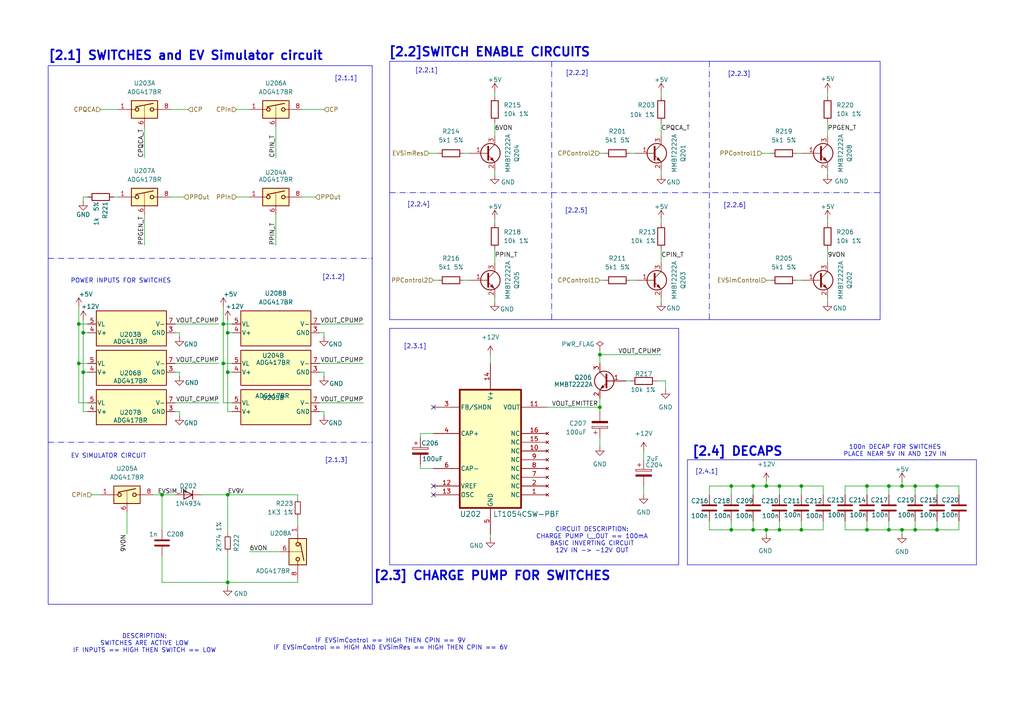
<source format=kicad_sch>
(kicad_sch (version 20231120) (generator "eeschema") (generator_version "8.0")
  (paper "A4")
  (title_block (title "SwitchSystemAddOn") (date "2024-11-11") (rev "3.3") (company "Gridlinx") (comment 1 "Kenan Kosack Henriksen"))
  (junction (at 265.43 153.67))
  (junction (at 261.62 153.67))
  (junction (at 222.25 140.97))
  (junction (at 22.86 105.41))
  (junction (at 251.46 140.97))
  (junction (at 24.13 107.95))
  (junction (at 24.13 96.52))
  (junction (at 257.81 140.97))
  (junction (at 222.25 153.67))
  (junction (at 251.46 153.67))
  (junction (at 66.04 107.95))
  (junction (at 232.41 153.67))
  (junction (at 265.43 140.97))
  (junction (at 218.44 140.97))
  (junction (at 46.99 143.51))
  (junction (at 66.04 96.52))
  (junction (at 212.09 153.67))
  (junction (at 218.44 153.67))
  (junction (at 22.86 93.98))
  (junction (at 66.04 168.91))
  (junction (at 66.04 143.51))
  (junction (at 232.41 140.97))
  (junction (at 226.06 153.67))
  (junction (at 212.09 140.97))
  (junction (at 271.78 153.67))
  (junction (at 257.81 153.67))
  (junction (at 173.99 118.11))
  (junction (at 226.06 140.97))
  (junction (at 271.78 140.97))
  (junction (at 64.77 93.98))
  (junction (at 173.99 102.87))
  (junction (at 64.77 105.41))
  (junction (at 261.62 140.97))
  (no_connect (at 125.73 140.97))
  (no_connect (at 125.73 118.11))
  (no_connect (at 125.73 143.51))
  (wire (pts (xy 245.11 140.97) (xy 251.46 140.97)))
  (wire (pts (xy 33.02 57.15) (xy 34.29 57.15)))
  (wire (pts (xy 222.25 81.28) (xy 223.52 81.28)))
  (wire (pts (xy 240.03 63.5) (xy 240.03 64.77)))
  (wire (pts (xy 41.91 62.23) (xy 41.91 71.12)))
  (wire (pts (xy 158.75 118.11) (xy 173.99 118.11)))
  (wire (pts (xy 205.74 153.67) (xy 212.09 153.67)))
  (wire (pts (xy 278.13 151.13) (xy 278.13 153.67)))
  (wire (pts (xy 212.09 140.97) (xy 218.44 140.97)))
  (wire (pts (xy 66.04 119.38) (xy 66.04 107.95)))
  (wire (pts (xy 121.92 135.89) (xy 125.73 135.89)))
  (wire (pts (xy 46.99 143.51) (xy 46.99 153.67)))
  (polyline (pts (xy 13.97 128.27) (xy 107.95 128.27)) (stroke (width 0) (type dash_dot)))
  (wire (pts (xy 142.24 102.87) (xy 142.24 105.41)))
  (wire (pts (xy 261.62 139.7) (xy 261.62 140.97)))
  (wire (pts (xy 251.46 153.67) (xy 257.81 153.67)))
  (wire (pts (xy 49.53 57.15) (xy 53.34 57.15)))
  (wire (pts (xy 240.03 72.39) (xy 240.03 76.2)))
  (wire (pts (xy 92.71 116.84) (xy 105.41 116.84)))
  (wire (pts (xy 212.09 143.51) (xy 212.09 140.97)))
  (wire (pts (xy 24.13 96.52) (xy 24.13 107.95)))
  (wire (pts (xy 67.31 107.95) (xy 66.04 107.95)))
  (polyline (pts (xy 199.39 163.83) (xy 283.21 163.83)))
  (wire (pts (xy 143.51 72.39) (xy 143.51 76.2)))
  (wire (pts (xy 121.92 127) (xy 121.92 125.73)))
  (wire (pts (xy 222.25 140.97) (xy 226.06 140.97)))
  (wire (pts (xy 232.41 140.97) (xy 238.76 140.97)))
  (wire (pts (xy 93.98 97.79) (xy 93.98 96.52)))
  (wire (pts (xy 173.99 115.57) (xy 173.99 118.11)))
  (wire (pts (xy 173.99 101.6) (xy 173.99 102.87)))
  (wire (pts (xy 86.36 149.86) (xy 86.36 152.4)))
  (polyline (pts (xy 160.02 17.78) (xy 160.02 92.71)) (stroke (width 0) (type dash_dot)))
  (polyline (pts (xy 113.03 55.88) (xy 255.27 55.88)) (stroke (width 0) (type dash_dot)))
  (wire (pts (xy 222.25 153.67) (xy 222.25 154.94)))
  (wire (pts (xy 52.07 120.65) (xy 52.07 119.38)))
  (wire (pts (xy 93.98 119.38) (xy 92.71 119.38)))
  (wire (pts (xy 50.8 116.84) (xy 63.5 116.84)))
  (wire (pts (xy 52.07 109.22) (xy 52.07 107.95)))
  (wire (pts (xy 257.81 151.13) (xy 257.81 153.67)))
  (wire (pts (xy 86.36 167.64) (xy 86.36 168.91)))
  (wire (pts (xy 24.13 58.42) (xy 24.13 57.15)))
  (wire (pts (xy 218.44 140.97) (xy 218.44 143.51)))
  (wire (pts (xy 173.99 44.45) (xy 175.26 44.45)))
  (wire (pts (xy 22.86 93.98) (xy 22.86 105.41)))
  (wire (pts (xy 93.98 120.65) (xy 93.98 119.38)))
  (wire (pts (xy 220.98 44.45) (xy 223.52 44.45)))
  (wire (pts (xy 191.77 26.67) (xy 191.77 27.94)))
  (wire (pts (xy 265.43 143.51) (xy 265.43 140.97)))
  (wire (pts (xy 66.04 96.52) (xy 67.31 96.52)))
  (wire (pts (xy 261.62 154.94) (xy 261.62 153.67)))
  (wire (pts (xy 226.06 153.67) (xy 222.25 153.67)))
  (wire (pts (xy 218.44 140.97) (xy 222.25 140.97)))
  (wire (pts (xy 121.92 125.73) (xy 125.73 125.73)))
  (wire (pts (xy 182.88 81.28) (xy 184.15 81.28)))
  (wire (pts (xy 240.03 26.67) (xy 240.03 27.94)))
  (wire (pts (xy 265.43 153.67) (xy 261.62 153.67)))
  (wire (pts (xy 80.01 36.83) (xy 80.01 45.72)))
  (wire (pts (xy 72.39 160.02) (xy 81.28 160.02)))
  (wire (pts (xy 226.06 151.13) (xy 226.06 153.67)))
  (polyline (pts (xy 113.03 163.83) (xy 196.85 163.83)))
  (wire (pts (xy 191.77 86.36) (xy 191.77 87.63)))
  (wire (pts (xy 238.76 151.13) (xy 238.76 153.67)))
  (wire (pts (xy 238.76 153.67) (xy 232.41 153.67)))
  (wire (pts (xy 134.62 44.45) (xy 135.89 44.45)))
  (wire (pts (xy 52.07 97.79) (xy 52.07 96.52)))
  (wire (pts (xy 87.63 31.75) (xy 93.98 31.75)))
  (wire (pts (xy 87.63 57.15) (xy 91.44 57.15)))
  (wire (pts (xy 226.06 140.97) (xy 232.41 140.97)))
  (wire (pts (xy 25.4 116.84) (xy 22.86 116.84)))
  (wire (pts (xy 50.8 105.41) (xy 63.5 105.41)))
  (polyline (pts (xy 113.03 95.25) (xy 113.03 163.83)))
  (wire (pts (xy 278.13 153.67) (xy 271.78 153.67)))
  (wire (pts (xy 24.13 92.71) (xy 24.13 96.52)))
  (wire (pts (xy 186.69 140.97) (xy 186.69 143.51)))
  (wire (pts (xy 58.42 143.51) (xy 66.04 143.51)))
  (polyline (pts (xy 199.39 133.35) (xy 199.39 163.83)))
  (wire (pts (xy 44.45 143.51) (xy 46.99 143.51)))
  (wire (pts (xy 271.78 140.97) (xy 278.13 140.97)))
  (wire (pts (xy 143.51 63.5) (xy 143.51 64.77)))
  (wire (pts (xy 191.77 102.87) (xy 173.99 102.87)))
  (wire (pts (xy 93.98 109.22) (xy 93.98 107.95)))
  (wire (pts (xy 52.07 119.38) (xy 50.8 119.38)))
  (wire (pts (xy 265.43 151.13) (xy 265.43 153.67)))
  (wire (pts (xy 67.31 116.84) (xy 64.77 116.84)))
  (wire (pts (xy 182.88 110.49) (xy 181.61 110.49)))
  (wire (pts (xy 265.43 140.97) (xy 271.78 140.97)))
  (wire (pts (xy 191.77 63.5) (xy 191.77 64.77)))
  (wire (pts (xy 251.46 151.13) (xy 251.46 153.67)))
  (wire (pts (xy 205.74 143.51) (xy 205.74 140.97)))
  (wire (pts (xy 80.01 62.23) (xy 80.01 71.12)))
  (wire (pts (xy 232.41 151.13) (xy 232.41 153.67)))
  (wire (pts (xy 193.04 110.49) (xy 190.5 110.49)))
  (wire (pts (xy 182.88 44.45) (xy 184.15 44.45)))
  (wire (pts (xy 49.53 31.75) (xy 54.61 31.75)))
  (wire (pts (xy 124.46 44.45) (xy 127 44.45)))
  (wire (pts (xy 173.99 102.87) (xy 173.99 105.41)))
  (wire (pts (xy 271.78 140.97) (xy 271.78 143.51)))
  (wire (pts (xy 245.11 140.97) (xy 245.11 143.51)))
  (wire (pts (xy 86.36 144.78) (xy 86.36 143.51)))
  (wire (pts (xy 64.77 93.98) (xy 64.77 88.9)))
  (wire (pts (xy 186.69 130.81) (xy 186.69 133.35)))
  (wire (pts (xy 64.77 93.98) (xy 64.77 105.41)))
  (wire (pts (xy 251.46 143.51) (xy 251.46 140.97)))
  (wire (pts (xy 143.51 86.36) (xy 143.51 87.63)))
  (wire (pts (xy 22.86 105.41) (xy 25.4 105.41)))
  (wire (pts (xy 64.77 105.41) (xy 67.31 105.41)))
  (wire (pts (xy 66.04 143.51) (xy 66.04 154.94)))
  (wire (pts (xy 36.83 148.59) (xy 36.83 154.94)))
  (wire (pts (xy 257.81 153.67) (xy 261.62 153.67)))
  (wire (pts (xy 66.04 92.71) (xy 66.04 96.52)))
  (wire (pts (xy 46.99 161.29) (xy 46.99 168.91)))
  (wire (pts (xy 232.41 153.67) (xy 226.06 153.67)))
  (wire (pts (xy 191.77 49.53) (xy 191.77 50.8)))
  (wire (pts (xy 66.04 168.91) (xy 66.04 170.18)))
  (wire (pts (xy 29.21 31.75) (xy 34.29 31.75)))
  (wire (pts (xy 68.58 57.15) (xy 72.39 57.15)))
  (wire (pts (xy 143.51 49.53) (xy 143.51 50.8)))
  (wire (pts (xy 205.74 140.97) (xy 212.09 140.97)))
  (wire (pts (xy 222.25 153.67) (xy 218.44 153.67)))
  (wire (pts (xy 67.31 93.98) (xy 64.77 93.98)))
  (wire (pts (xy 240.03 86.36) (xy 240.03 87.63)))
  (wire (pts (xy 231.14 81.28) (xy 232.41 81.28)))
  (wire (pts (xy 231.14 44.45) (xy 232.41 44.45)))
  (wire (pts (xy 66.04 168.91) (xy 86.36 168.91)))
  (wire (pts (xy 257.81 140.97) (xy 257.81 143.51)))
  (wire (pts (xy 142.24 154.94) (xy 142.24 156.21)))
  (wire (pts (xy 191.77 35.56) (xy 191.77 39.37)))
  (wire (pts (xy 271.78 153.67) (xy 265.43 153.67)))
  (wire (pts (xy 271.78 151.13) (xy 271.78 153.67)))
  (wire (pts (xy 52.07 107.95) (xy 50.8 107.95)))
  (wire (pts (xy 41.91 36.83) (xy 41.91 45.72)))
  (wire (pts (xy 46.99 168.91) (xy 66.04 168.91)))
  (wire (pts (xy 66.04 107.95) (xy 66.04 96.52)))
  (wire (pts (xy 125.73 81.28) (xy 127 81.28)))
  (wire (pts (xy 92.71 105.41) (xy 105.41 105.41)))
  (wire (pts (xy 50.8 93.98) (xy 63.5 93.98)))
  (wire (pts (xy 25.4 93.98) (xy 22.86 93.98)))
  (wire (pts (xy 205.74 151.13) (xy 205.74 153.67)))
  (wire (pts (xy 251.46 140.97) (xy 257.81 140.97)))
  (wire (pts (xy 240.03 49.53) (xy 240.03 50.8)))
  (wire (pts (xy 24.13 107.95) (xy 25.4 107.95)))
  (wire (pts (xy 218.44 153.67) (xy 212.09 153.67)))
  (wire (pts (xy 92.71 93.98) (xy 105.41 93.98)))
  (wire (pts (xy 226.06 140.97) (xy 226.06 143.51)))
  (wire (pts (xy 278.13 143.51) (xy 278.13 140.97)))
  (wire (pts (xy 143.51 26.67) (xy 143.51 27.94)))
  (wire (pts (xy 121.92 135.89) (xy 121.92 134.62)))
  (wire (pts (xy 67.31 119.38) (xy 66.04 119.38)))
  (wire (pts (xy 193.04 113.03) (xy 193.04 110.49)))
  (wire (pts (xy 64.77 116.84) (xy 64.77 105.41)))
  (polyline (pts (xy 205.74 17.78) (xy 205.74 92.71)) (stroke (width 0) (type dash_dot)))
  (wire (pts (xy 191.77 72.39) (xy 191.77 76.2)))
  (wire (pts (xy 257.81 140.97) (xy 261.62 140.97)))
  (wire (pts (xy 173.99 118.11) (xy 173.99 119.38)))
  (wire (pts (xy 22.86 116.84) (xy 22.86 105.41)))
  (polyline (pts (xy 283.21 163.83) (xy 283.21 133.35)))
  (wire (pts (xy 245.11 151.13) (xy 245.11 153.67)))
  (wire (pts (xy 173.99 81.28) (xy 175.26 81.28)))
  (wire (pts (xy 26.67 143.51) (xy 29.21 143.51)))
  (wire (pts (xy 245.11 153.67) (xy 251.46 153.67)))
  (wire (pts (xy 24.13 119.38) (xy 24.13 107.95)))
  (wire (pts (xy 261.62 140.97) (xy 265.43 140.97)))
  (wire (pts (xy 25.4 119.38) (xy 24.13 119.38)))
  (wire (pts (xy 22.86 88.9) (xy 22.86 93.98)))
  (wire (pts (xy 143.51 35.56) (xy 143.51 39.37)))
  (wire (pts (xy 66.04 143.51) (xy 86.36 143.51)))
  (wire (pts (xy 232.41 143.51) (xy 232.41 140.97)))
  (wire (pts (xy 68.58 31.75) (xy 72.39 31.75)))
  (wire (pts (xy 66.04 160.02) (xy 66.04 168.91)))
  (wire (pts (xy 238.76 143.51) (xy 238.76 140.97)))
  (wire (pts (xy 173.99 127) (xy 173.99 129.54)))
  (wire (pts (xy 93.98 107.95) (xy 92.71 107.95)))
  (wire (pts (xy 52.07 96.52) (xy 50.8 96.52)))
  (wire (pts (xy 25.4 96.52) (xy 24.13 96.52)))
  (wire (pts (xy 134.62 81.28) (xy 135.89 81.28)))
  (wire (pts (xy 240.03 35.56) (xy 240.03 39.37)))
  (wire (pts (xy 93.98 96.52) (xy 92.71 96.52)))
  (wire (pts (xy 222.25 139.7) (xy 222.25 140.97)))
  (wire (pts (xy 24.13 57.15) (xy 25.4 57.15)))
  (polyline (pts (xy 13.97 74.93) (xy 107.95 74.93)) (stroke (width 0) (type dash_dot)))
  (polyline (pts (xy 196.85 163.83) (xy 196.85 95.25)))
  (wire (pts (xy 212.09 151.13) (xy 212.09 153.67)))
  (wire (pts (xy 46.99 143.51) (xy 50.8 143.51)))
  (wire (pts (xy 218.44 151.13) (xy 218.44 153.67)))
  (polyline (pts (xy 113.03 95.25) (xy 196.85 95.25)))
  (polyline (pts (xy 199.39 133.35) (xy 283.21 133.35)))
  (rectangle (start 113.03 17.78) (end 255.27 92.71))
  (rectangle (start 13.97 19.05) (end 107.95 175.26))
  (text "[2.2.2]" (at 167.386 21.336 0) (effects (font (size 1.27 1.27))))
  (text "[2.2.6]" (at 213.106 59.69 0) (effects (font (size 1.27 1.27))))
  (text "[2.2.3]" (at 214.376 21.59 0) (effects (font (size 1.27 1.27))))
  (text "[2.2.5]" (at 167.132 61.214 0) (effects (font (size 1.27 1.27))))
  (text "[2.1] SWITCHES and EV Simulator circuit" (at 53.848 16.256 0) (effects (font (size 2.54 2.54) (thickness 0.508) (bold yes))))
  (text "[2.1.1]" (at 100.33 22.86 0) (effects (font (size 1.27 1.27))))
  (text "[2.1.3]" (at 97.536 133.604 0) (effects (font (size 1.27 1.27))))
  (text "POWER INPUTS FOR SWITCHES" (at 35.052 81.534 0) (effects (font (size 1.27 1.27))))
  (text "[2.2]SWITCH ENABLE CIRCUITS" (at 141.986 15.24 0) (effects (font (size 2.54 2.54) (thickness 0.508) (bold yes))))
  (text "[2.4.1]" (at 204.978 136.906 0) (effects (font (size 1.27 1.27))))
  (text "100n DECAP FOR SWITCHES\nPLACE NEAR 5V IN AND 12V IN" (at 259.588 130.81 0) (effects (font (size 1.27 1.27))))
  (text "[2.1.2]" (at 96.774 80.518 0) (effects (font (size 1.27 1.27))))
  (text "EV SIMULATOR CIRCUIT" (at 31.496 132.334 0) (effects (font (size 1.27 1.27))))
  (text "[2.2.1]" (at 123.698 20.574 0) (effects (font (size 1.27 1.27))))
  (text "[2.3] CHARGE PUMP FOR SWITCHES" (at 142.748 167.132 0) (effects (font (size 2.54 2.54) (thickness 0.508) (bold yes))))
  (text "IF EVSimControl == HIGH THEN CPIN == 9V\nIF EVSimControl == HIGH AND EVSimRes == HIGH THEN CPIN == 6V" (at 113.284 186.944 0) (effects (font (size 1.27 1.27))))
  (text "DESCRIPTION:\nSWITCHES ARE ACTIVE LOW\nIF INPUTS == HIGH THEN SWITCH == LOW" (at 41.91 186.69 0) (effects (font (size 1.27 1.27))))
  (text "[2.2.4]" (at 121.412 59.436 0) (effects (font (size 1.27 1.27))))
  (text "CIRCUIT DESCRIPTION:\nCHARGE PUMP I__OUT == 100mA\nBASIC INVERTING CIRCUIT\n12V IN -> -12V OUT" (at 171.704 156.718 0) (effects (font (size 1.27 1.27))))
  (text "[2.4] DECAPS" (at 213.868 131.064 0) (effects (font (size 2.54 2.54) (thickness 0.508) (bold yes))))
  (text "[2.3.1]" (at 120.396 100.584 0) (effects (font (size 1.27 1.27))))
  (label "6VON" (at 143.51 38.1 0))
  (label "CPQCA_T" (at 191.77 38.1 0))
  (label "VOUT_CPUMP" (at 105.41 105.41 180))
  (label "PPIN_T" (at 80.01 71.12 90))
  (label "EVSIM_IN" (at 45.72 143.51 0))
  (label "VOUT_CPUMP" (at 63.5 105.41 180))
  (label "PPGEN_T" (at 240.03 38.1 0))
  (label "VOUT_CPUMP" (at 105.41 93.98 180))
  (label "CPIN_T" (at 191.77 74.93 0))
  (label "PPGEN_T" (at 41.91 71.12 90))
  (label "PPIN_T" (at 143.51 74.93 0))
  (label "9VON" (at 240.03 74.93 0))
  (label "VOUT_CPUMP" (at 63.5 116.84 180))
  (label "9VON" (at 36.83 154.94 270))
  (label "CPQCA_T" (at 41.91 45.72 90))
  (label "VOUT_CPUMP" (at 63.5 93.98 180))
  (label "EV9V" (at 66.04 143.51 0))
  (label "VOUT_EMITTER" (at 160.02 118.11 0))
  (label "6VON" (at 72.39 160.02 0))
  (label "CPIN_T" (at 80.01 45.72 90))
  (label "VOUT_CPUMP" (at 105.41 116.84 180))
  (label "VOUT_CPUMP" (at 191.77 102.87 180))
  (hierarchical_label "EVSimControl" (shape input) (at 222.25 81.28 180))
  (hierarchical_label "CPControl2" (shape input) (at 173.99 44.45 180))
  (hierarchical_label "PPControl2" (shape input) (at 125.73 81.28 180))
  (hierarchical_label "CPIn" (shape input) (at 26.67 143.51 180))
  (hierarchical_label "PPOut" (shape input) (at 53.34 57.15 0))
  (hierarchical_label "PPOut" (shape input) (at 91.44 57.15 0))
  (hierarchical_label "EVSimRes" (shape input) (at 124.46 44.45 180))
  (hierarchical_label "PPControl1" (shape input) (at 220.98 44.45 180))
  (hierarchical_label "CP" (shape input) (at 54.61 31.75 0))
  (hierarchical_label "PPIn" (shape input) (at 68.58 57.15 180))
  (hierarchical_label "CPQCA" (shape input) (at 29.21 31.75 180))
  (hierarchical_label "CPControl1" (shape input) (at 173.99 81.28 180))
  (hierarchical_label "CPIn" (shape input) (at 68.58 31.75 180))
  (hierarchical_label "CP" (shape input) (at 93.98 31.75 0))
  (symbol (lib_name "+12V_1") (lib_id "power:+12V") (at 24.13 92.71 0) (unit 1)
    (property "Reference" "#PWR0235" (effects (hide yes)))
    (property "Value" "+12V" (at 26.162 88.9 0))
    (property "Description" "Power symbol creates a global label with name \"+12V\"" (effects (hide yes)))
  )
  (symbol (lib_name "+5V_1") (lib_id "power:+5V") (at 240.03 26.67 0) (unit 1)
    (property "Reference" "#PWR0228" (effects (hide yes)))
    (property "Value" "+5V" (at 240.03 22.86 0))
    (property "Description" "Power symbol creates a global label with name \"+5V\"" (effects (hide yes)))
  )
  (symbol (lib_name "+5V_1") (lib_id "power:+5V") (at 240.03 63.5 0) (unit 1)
    (property "Reference" "#PWR0207" (effects (hide yes)))
    (property "Value" "+5V" (at 240.03 59.944 0))
    (property "Description" "Power symbol creates a global label with name \"+5V\"" (effects (hide yes)))
  )
  (symbol (lib_id "Analog_Switch:ADG417BR") (at 36.83 143.51 0) (unit 1)
    (property "Reference" "U205" (at 36.83 135.89 0))
    (property "Value" "ADG417BR" (at 36.83 138.43 0))
    (property "Footprint" "Package_SO:SOIC-8_3.9x4.9mm_P1.27mm" (effects (hide yes)))
    (property "Datasheet" "https://www.analog.com/media/en/technical-documentation/data-sheets/ADG417.pdf" (effects (hide yes)))
    (property "Description" "Single SPST Monolithic LC²MOS Analog Switch, normally OFF, 35Ohm Ron, SOIC-8" (effects (hide yes)))
    (property "Supplier link" "https://www.digikey.dk/en/products/detail/analog-devices-inc/ADG417BR/612264" (effects (hide yes)))
    (property "Generic" "No" (effects (hide yes)))
    (property "Manufacturer_Name" "Analog Devices Inc." (effects (hide yes)))
    (property "Manufacturer_Part_Number" "ADG417BR" (effects (hide yes)))
  )
  (symbol (lib_name "GND_1") (lib_id "power:GND") (at 186.69 143.51 0) (unit 1)
    (property "Reference" "#PWR0218" (effects (hide yes)))
    (property "Value" "GND" (at 186.69 148.59 0))
    (property "Description" "Power symbol creates a global label with name \"GND\" , ground" (effects (hide yes)))
  )
  (symbol (lib_id "Analog_Switch:ADG417BR") (at 86.36 160.02 270) (unit 1)
    (property "Reference" "U208" (at 78.232 154.686 90) (effects (justify left)))
    (property "Value" "ADG417BR" (at 74.168 165.608 90) (effects (justify left)))
    (property "Footprint" "Package_SO:SOIC-8_3.9x4.9mm_P1.27mm" (effects (hide yes)))
    (property "Datasheet" "https://www.analog.com/media/en/technical-documentation/data-sheets/ADG417.pdf" (effects (hide yes)))
    (property "Description" "Single SPST Monolithic LC²MOS Analog Switch, normally OFF, 35Ohm Ron, SOIC-8" (effects (hide yes)))
    (property "Supplier link" "https://www.digikey.dk/en/products/detail/analog-devices-inc/ADG417BR/612264" (effects (hide yes)))
    (property "Generic" "No" (effects (hide yes)))
    (property "Manufacturer_Name" "Analog Devices Inc." (effects (hide yes)))
    (property "Manufacturer_Part_Number" "ADG417BR" (effects (hide yes)))
  )
  (symbol (lib_name "GND_1") (lib_id "power:GND") (at 24.13 58.42 0) (unit 1)
    (property "Reference" "#PWR0227" (effects (hide yes)))
    (property "Value" "GND" (at 24.13 62.23 0))
    (property "Description" "Power symbol creates a global label with name \"GND\" , ground" (effects (hide yes)))
  )
  (symbol (lib_id "Device:R") (at 227.33 44.45 270) (unit 1)
    (property "Reference" "R219" (at 227.33 38.1 90))
    (property "Value" "5k1 5%" (at 227.33 40.64 90))
    (property "Footprint" "Resistor_SMD:R_0402_1005Metric" (effects (hide yes)))
    (property "Description" "5.1K OHM 5% 1/16W 0402" (effects (hide yes)))
    (property "Supplier link" "~ " (effects (hide yes)))
    (property "Generic" "Yes" (effects (hide yes)))
    (property "Manufacturer_Name" "~ " (effects (hide yes)))
    (property "Manufacturer_Part_Number" "~ " (effects (hide yes)))
  )
  (symbol (lib_id "Device:C") (at 205.74 147.32 180) (unit 1)
    (property "Reference" "C216" (at 200.406 145.288 0) (effects (justify right)))
    (property "Value" "100n" (at 200.406 149.606 0) (effects (justify right)))
    (property "Footprint" "Capacitor_SMD:C_0402_1005Metric" (effects (hide yes)))
    (property "Description" "100n X7R 25V 0402" (effects (hide yes)))
    (property "Generic" "Yes" (effects (hide yes)))
    (property "Supplier link" "~ " (effects (hide yes)))
  )
  (symbol (lib_id "Device:R_Small") (at 66.04 157.48 0) (unit 1)
    (property "Reference" "R222" (at 68.58 160.02 90) (effects (justify left)))
    (property "Value" "2K74 1%" (at 63.5 160.02 90) (effects (justify left)))
    (property "Footprint" "Resistor_SMD:R_0402_1005Metric" (effects (hide yes)))
    (property "Description" "2.74K OHM 1% 1/16W 0402" (effects (hide yes)))
    (property "Supplier link" "~ " (effects (hide yes)))
    (property "Generic" "Yes" (effects (hide yes)))
    (property "Manufacturer_Name" "~ " (effects (hide yes)))
    (property "Manufacturer_Part_Number" "~ " (effects (hide yes)))
  )
  (symbol (lib_id "Device:R") (at 240.03 31.75 0) (unit 1)
    (property "Reference" "R220" (at 242.57 30.4799 0) (effects (justify left)))
    (property "Value" "10k 1%" (at 242.57 33.0199 0) (effects (justify left)))
    (property "Footprint" "Resistor_SMD:R_0402_1005Metric" (effects (hide yes)))
    (property "Description" "10K OHM 1% 1/16W 0402" (effects (hide yes)))
    (property "Supplier link" "~ " (effects (hide yes)))
    (property "Generic" "Yes" (effects (hide yes)))
    (property "Manufacturer_Name" "~ " (effects (hide yes)))
    (property "Manufacturer_Part_Number" "~ " (effects (hide yes)))
  )
  (symbol (lib_id "Transistor_BJT:MMBT3904") (at 140.97 44.45 0) (unit 1)
    (property "Reference" "Q204" (at 149.86 44.45 90))
    (property "Value" "MMBT2222A" (at 147.32 44.45 90))
    (property "Footprint" "Package_TO_SOT_SMD:SOT-23" (effects (hide yes)))
    (property "Description" "BJT SOT-23 40V 600MA" (effects (hide yes)))
    (property "Supplier link" "https://www.digikey.dk/en/products/detail/diotec-semiconductor/MMBT2222A/13163394" (effects (hide yes)))
    (property "Manufacturer_Name" "Diotec Semiconductor" (effects (hide yes)))
    (property "Manufacturer_Part_Number" "MMBT2222A" (effects (hide yes)))
    (property "Generic" "No" (effects (hide yes)))
  )
  (symbol (lib_id "Device:R") (at 179.07 44.45 270) (unit 1)
    (property "Reference" "R201" (at 179.07 38.1 90))
    (property "Value" "5k1 5%" (at 179.07 40.64 90))
    (property "Footprint" "Resistor_SMD:R_0402_1005Metric" (effects (hide yes)))
    (property "Description" "5.1K OHM 5% 1/16W 0402" (effects (hide yes)))
    (property "Supplier link" "~ " (effects (hide yes)))
    (property "Generic" "Yes" (effects (hide yes)))
    (property "Manufacturer_Name" "~ " (effects (hide yes)))
    (property "Manufacturer_Part_Number" "~ " (effects (hide yes)))
  )
  (symbol (lib_id "LT1054CSW:LT1054CSW-PBF") (at 58.42 118.11 0) (unit 1)
    (property "Reference" "U202" (at 133.35 149.098 0) (effects (font (size 1.524 1.524)) (justify left)))
    (property "Value" "LT1054CSW-PBF" (at 143.002 149.098 0) (effects (font (size 1.524 1.524)) (justify left)))
    (property "Footprint" "SO-16_SW_LIT" (effects (hide yes)))
    (property "Datasheet" "LT1054CSW-PBF" (effects (hide yes)))
  )
  (symbol (lib_id "Device:C") (at 226.06 147.32 180) (unit 1)
    (property "Reference" "C210" (at 220.726 145.288 0) (effects (justify right)))
    (property "Value" "100n" (at 220.98 149.606 0) (effects (justify right)))
    (property "Footprint" "Capacitor_SMD:C_0402_1005Metric" (effects (hide yes)))
    (property "Description" "100n X7R 25V 0402" (effects (hide yes)))
    (property "Generic" "Yes" (effects (hide yes)))
    (property "Supplier link" "~ " (effects (hide yes)))
  )
  (symbol (lib_id "Transistor_BJT:MMBT3904") (at 140.97 81.28 0) (unit 1)
    (property "Reference" "Q205" (at 149.86 81.28 90))
    (property "Value" "MMBT2222A" (at 147.32 81.28 90))
    (property "Footprint" "Package_TO_SOT_SMD:SOT-23" (effects (hide yes)))
    (property "Description" "BJT SOT-23 40V 600MA" (effects (hide yes)))
    (property "Supplier link" "https://www.digikey.dk/en/products/detail/diotec-semiconductor/MMBT2222A/13163394" (effects (hide yes)))
    (property "Manufacturer_Name" "Diotec Semiconductor" (effects (hide yes)))
    (property "Manufacturer_Part_Number" "MMBT2222A" (effects (hide yes)))
    (property "Generic" "No" (effects (hide yes)))
  )
  (symbol (lib_id "Analog_Switch:ADG417BR") (at 80.01 107.95 90) (unit 2)
    (property "Reference" "U204" (at 79.248 103.124 90))
    (property "Value" "ADG417BR" (at 79.248 105.156 90))
    (property "Footprint" "Package_SO:SOIC-8_3.9x4.9mm_P1.27mm" (effects (hide yes)))
    (property "Datasheet" "https://www.analog.com/media/en/technical-documentation/data-sheets/ADG417.pdf" (effects (hide yes)))
    (property "Description" "Single SPST Monolithic LC²MOS Analog Switch, normally OFF, 35Ohm Ron, SOIC-8" (effects (hide yes)))
    (property "Supplier link" "https://www.digikey.dk/en/products/detail/analog-devices-inc/ADG417BR/612264" (effects (hide yes)))
    (property "Generic" "No" (effects (hide yes)))
    (property "Manufacturer_Name" "Analog Devices Inc." (effects (hide yes)))
    (property "Manufacturer_Part_Number" "ADG417BR" (effects (hide yes)))
  )
  (symbol (lib_id "Analog_Switch:ADG417BR") (at 80.01 96.52 90) (unit 2)
    (property "Reference" "U208" (at 80.01 85.09 90))
    (property "Value" "ADG417BR" (at 80.01 87.63 90))
    (property "Footprint" "Package_SO:SOIC-8_3.9x4.9mm_P1.27mm" (effects (hide yes)))
    (property "Datasheet" "https://www.analog.com/media/en/technical-documentation/data-sheets/ADG417.pdf" (effects (hide yes)))
    (property "Description" "Single SPST Monolithic LC²MOS Analog Switch, normally OFF, 35Ohm Ron, SOIC-8" (effects (hide yes)))
    (property "Supplier link" "https://www.digikey.dk/en/products/detail/analog-devices-inc/ADG417BR/612264" (effects (hide yes)))
    (property "Generic" "No" (effects (hide yes)))
    (property "Manufacturer_Name" "Analog Devices Inc." (effects (hide yes)))
    (property "Manufacturer_Part_Number" "ADG417BR" (effects (hide yes)))
  )
  (symbol (lib_id "Device:R") (at 179.07 81.28 270) (unit 1)
    (property "Reference" "R211" (at 179.07 74.93 90))
    (property "Value" "5k1 5%" (at 179.07 77.47 90))
    (property "Footprint" "Resistor_SMD:R_0402_1005Metric" (effects (hide yes)))
    (property "Description" "5.1K OHM 5% 1/16W 0402" (effects (hide yes)))
    (property "Supplier link" "~ " (effects (hide yes)))
    (property "Generic" "Yes" (effects (hide yes)))
    (property "Manufacturer_Name" "~ " (effects (hide yes)))
    (property "Manufacturer_Part_Number" "~ " (effects (hide yes)))
  )
  (symbol (lib_name "+5V_1") (lib_id "power:+5V") (at 143.51 63.5 0) (unit 1)
    (property "Reference" "#PWR0224" (effects (hide yes)))
    (property "Value" "+5V" (at 143.51 59.944 0))
    (property "Description" "Power symbol creates a global label with name \"+5V\"" (effects (hide yes)))
  )
  (symbol (lib_id "Analog_Switch:ADG417BR") (at 38.1 119.38 90) (unit 2)
    (property "Reference" "U207" (at 37.846 119.634 90))
    (property "Value" "ADG417BR" (at 37.846 121.92 90))
    (property "Footprint" "Package_SO:SOIC-8_3.9x4.9mm_P1.27mm" (effects (hide yes)))
    (property "Datasheet" "https://www.analog.com/media/en/technical-documentation/data-sheets/ADG417.pdf" (effects (hide yes)))
    (property "Description" "Single SPST Monolithic LC²MOS Analog Switch, normally OFF, 35Ohm Ron, SOIC-8" (effects (hide yes)))
    (property "Supplier link" "https://www.digikey.dk/en/products/detail/analog-devices-inc/ADG417BR/612264" (effects (hide yes)))
    (property "Generic" "No" (effects (hide yes)))
    (property "Manufacturer_Name" "Analog Devices Inc." (effects (hide yes)))
    (property "Manufacturer_Part_Number" "ADG417BR" (effects (hide yes)))
  )
  (symbol (lib_id "Device:R") (at 143.51 31.75 0) (unit 1)
    (property "Reference" "R215" (at 146.05 30.4799 0) (effects (justify left)))
    (property "Value" "10k 1%" (at 146.05 33.0199 0) (effects (justify left)))
    (property "Footprint" "Resistor_SMD:R_0402_1005Metric" (effects (hide yes)))
    (property "Description" "10K OHM 1% 1/16W 0402" (effects (hide yes)))
    (property "Supplier link" "~ " (effects (hide yes)))
    (property "Generic" "Yes" (effects (hide yes)))
    (property "Manufacturer_Name" "~ " (effects (hide yes)))
    (property "Manufacturer_Part_Number" "~ " (effects (hide yes)))
  )
  (symbol (lib_id "Analog_Switch:ADG417BR") (at 80.01 57.15 0) (unit 1)
    (property "Reference" "U204" (at 80.01 50.038 0))
    (property "Value" "ADG417BR" (at 80.01 52.07 0))
    (property "Footprint" "Package_SO:SOIC-8_3.9x4.9mm_P1.27mm" (effects (hide yes)))
    (property "Datasheet" "https://www.analog.com/media/en/technical-documentation/data-sheets/ADG417.pdf" (effects (hide yes)))
    (property "Description" "Single SPST Monolithic LC²MOS Analog Switch, normally OFF, 35Ohm Ron, SOIC-8" (effects (hide yes)))
    (property "Supplier link" "https://www.digikey.dk/en/products/detail/analog-devices-inc/ADG417BR/612264" (effects (hide yes)))
    (property "Generic" "No" (effects (hide yes)))
    (property "Manufacturer_Name" "Analog Devices Inc." (effects (hide yes)))
    (property "Manufacturer_Part_Number" "ADG417BR" (effects (hide yes)))
  )
  (symbol (lib_id "Analog_Switch:ADG417BR") (at 41.91 57.15 0) (unit 1)
    (property "Reference" "U207" (at 41.91 49.53 0))
    (property "Value" "ADG417BR" (at 41.91 52.07 0))
    (property "Footprint" "Package_SO:SOIC-8_3.9x4.9mm_P1.27mm" (effects (hide yes)))
    (property "Datasheet" "https://www.analog.com/media/en/technical-documentation/data-sheets/ADG417.pdf" (effects (hide yes)))
    (property "Description" "Single SPST Monolithic LC²MOS Analog Switch, normally OFF, 35Ohm Ron, SOIC-8" (effects (hide yes)))
    (property "Supplier link" "https://www.digikey.dk/en/products/detail/analog-devices-inc/ADG417BR/612264" (effects (hide yes)))
    (property "Generic" "No" (effects (hide yes)))
    (property "Manufacturer_Name" "Analog Devices Inc." (effects (hide yes)))
    (property "Manufacturer_Part_Number" "ADG417BR" (effects (hide yes)))
  )
  (symbol (lib_id "Transistor_BJT:MMBT3904") (at 237.49 81.28 0) (unit 1)
    (property "Reference" "Q202" (at 246.38 81.28 90))
    (property "Value" "MMBT2222A" (at 243.84 81.28 90))
    (property "Footprint" "Package_TO_SOT_SMD:SOT-23" (effects (hide yes)))
    (property "Description" "BJT SOT-23 40V 600MA" (effects (hide yes)))
    (property "Supplier link" "https://www.digikey.dk/en/products/detail/diotec-semiconductor/MMBT2222A/13163394" (effects (hide yes)))
    (property "Manufacturer_Name" "Diotec Semiconductor" (effects (hide yes)))
    (property "Manufacturer_Part_Number" "MMBT2222A" (effects (hide yes)))
    (property "Generic" "No" (effects (hide yes)))
  )
  (symbol (lib_id "Device:C") (at 271.78 147.32 180) (unit 1)
    (property "Reference" "C215" (at 266.7 145.034 0) (effects (justify right)))
    (property "Value" "100n" (at 266.7 149.352 0) (effects (justify right)))
    (property "Footprint" "Capacitor_SMD:C_0402_1005Metric" (effects (hide yes)))
    (property "Description" "100n X7R 25V 0402" (effects (hide yes)))
    (property "Generic" "Yes" (effects (hide yes)))
    (property "Supplier link" "~ " (effects (hide yes)))
  )
  (symbol (lib_id "Device:C_Polarized") (at 173.99 123.19 0) (mirror x) (unit 1)
    (property "Reference" "C207" (at 170.18 122.8089 0) (effects (justify right)))
    (property "Value" "100uF" (at 170.18 125.3489 0) (effects (justify right)))
    (property "Footprint" "Footprints:T491C" (effects (hide yes)))
    (property "Description" "Tantalum Capacitors - Solid SMD 16V 100uF 2312 10% ESR=1ohms" (effects (hide yes)))
    (property "Supplier link" "https://www.mouser.dk/ProductDetail/KEMET/T491C107K016AT?qs=Si2vDv5E4YMke5HCn79NYA%3D%3D&utm_id=6470902274&gad_source=1&gclid=Cj0KCQjw2ou2BhCCARIsANAwM2GvRkLfeTlOYk80bMiiaa6OgjVezRx5l4yYKEyclu1Z7LAdbxLqIdYaAjSHEALw_wcB" (effects (hide yes)))
    (property "Manufacturer_Name" "KEMET" (effects (hide yes)))
    (property "Manufacturer_Part_Number" "T491C107K016AT" (effects (hide yes)))
    (property "Generic" "No" (effects (hide yes)))
  )
  (symbol (lib_id "Analog_Switch:ADG417BR") (at 38.1 107.95 90) (unit 2)
    (property "Reference" "U206" (at 37.846 108.204 90))
    (property "Value" "ADG417BR" (at 37.846 110.49 90))
    (property "Footprint" "Package_SO:SOIC-8_3.9x4.9mm_P1.27mm" (effects (hide yes)))
    (property "Datasheet" "https://www.analog.com/media/en/technical-documentation/data-sheets/ADG417.pdf" (effects (hide yes)))
    (property "Description" "Single SPST Monolithic LC²MOS Analog Switch, normally OFF, 35Ohm Ron, SOIC-8" (effects (hide yes)))
    (property "Supplier link" "https://www.digikey.dk/en/products/detail/analog-devices-inc/ADG417BR/612264" (effects (hide yes)))
    (property "Generic" "No" (effects (hide yes)))
    (property "Manufacturer_Name" "Analog Devices Inc." (effects (hide yes)))
    (property "Manufacturer_Part_Number" "ADG417BR" (effects (hide yes)))
  )
  (symbol (lib_name "GND_1") (lib_id "power:GND") (at 222.25 154.94 0) (unit 1)
    (property "Reference" "#PWR0237" (effects (hide yes)))
    (property "Value" "GND" (at 221.996 159.766 0))
    (property "Description" "Power symbol creates a global label with name \"GND\" , ground" (effects (hide yes)))
  )
  (symbol (lib_id "Device:R") (at 191.77 68.58 0) (unit 1)
    (property "Reference" "R213" (at 185.166 67.31 0) (effects (justify left)))
    (property "Value" "10k 1%" (at 182.88 69.85 0) (effects (justify left)))
    (property "Footprint" "Resistor_SMD:R_0402_1005Metric" (effects (hide yes)))
    (property "Description" "10K OHM 1% 1/16W 0402" (effects (hide yes)))
    (property "Supplier link" "~ " (effects (hide yes)))
    (property "Generic" "Yes" (effects (hide yes)))
    (property "Manufacturer_Name" "~ " (effects (hide yes)))
    (property "Manufacturer_Part_Number" "~ " (effects (hide yes)))
  )
  (symbol (lib_id "Device:C") (at 238.76 147.32 180) (unit 1)
    (property "Reference" "C212" (at 233.426 145.288 0) (effects (justify right)))
    (property "Value" "100n" (at 233.68 149.606 0) (effects (justify right)))
    (property "Footprint" "Capacitor_SMD:C_0402_1005Metric" (effects (hide yes)))
    (property "Description" "100n X7R 25V 0402" (effects (hide yes)))
    (property "Generic" "Yes" (effects (hide yes)))
    (property "Supplier link" "~ " (effects (hide yes)))
  )
  (symbol (lib_name "+12V_1") (lib_id "power:+12V") (at 142.24 102.87 0) (unit 1)
    (property "Reference" "#PWR0220" (effects (hide yes)))
    (property "Value" "+12V" (at 142.24 97.79 0))
    (property "Description" "Power symbol creates a global label with name \"+12V\"" (effects (hide yes)))
  )
  (symbol (lib_id "Device:R") (at 191.77 31.75 0) (unit 1)
    (property "Reference" "R203" (at 184.912 30.48 0) (effects (justify left)))
    (property "Value" "10k 1%" (at 182.626 33.274 0) (effects (justify left)))
    (property "Footprint" "Resistor_SMD:R_0402_1005Metric" (effects (hide yes)))
    (property "Description" "10K OHM 1% 1/16W 0402" (effects (hide yes)))
    (property "Supplier link" "~ " (effects (hide yes)))
    (property "Generic" "Yes" (effects (hide yes)))
    (property "Manufacturer_Name" "~ " (effects (hide yes)))
    (property "Manufacturer_Part_Number" "~ " (effects (hide yes)))
  )
  (symbol (lib_id "Transistor_BJT:MMBT3904") (at 237.49 44.45 0) (unit 1)
    (property "Reference" "Q208" (at 246.38 44.45 90))
    (property "Value" "MMBT2222A" (at 243.84 44.45 90))
    (property "Footprint" "Package_TO_SOT_SMD:SOT-23" (effects (hide yes)))
    (property "Description" "BJT SOT-23 40V 600MA" (effects (hide yes)))
    (property "Supplier link" "https://www.digikey.dk/en/products/detail/diotec-semiconductor/MMBT2222A/13163394" (effects (hide yes)))
    (property "Manufacturer_Name" "Diotec Semiconductor" (effects (hide yes)))
    (property "Manufacturer_Part_Number" "MMBT2222A" (effects (hide yes)))
    (property "Generic" "No" (effects (hide yes)))
  )
  (symbol (lib_id "Device:C") (at 278.13 147.32 180) (unit 1)
    (property "Reference" "C220" (at 273.05 145.034 0) (effects (justify right)))
    (property "Value" "100n" (at 273.05 149.352 0) (effects (justify right)))
    (property "Footprint" "Capacitor_SMD:C_0402_1005Metric" (effects (hide yes)))
    (property "Description" "100n X7R 25V 0402" (effects (hide yes)))
    (property "Generic" "Yes" (effects (hide yes)))
    (property "Supplier link" "~ " (effects (hide yes)))
  )
  (symbol (lib_id "Analog_Switch:ADG417BR") (at 38.1 96.52 90) (unit 2)
    (property "Reference" "U203" (at 37.846 97.028 90))
    (property "Value" "ADG417BR" (at 37.846 99.06 90))
    (property "Footprint" "Package_SO:SOIC-8_3.9x4.9mm_P1.27mm" (effects (hide yes)))
    (property "Datasheet" "https://www.analog.com/media/en/technical-documentation/data-sheets/ADG417.pdf" (effects (hide yes)))
    (property "Description" "Single SPST Monolithic LC²MOS Analog Switch, normally OFF, 35Ohm Ron, SOIC-8" (effects (hide yes)))
    (property "Supplier link" "https://www.digikey.dk/en/products/detail/analog-devices-inc/ADG417BR/612264" (effects (hide yes)))
    (property "Generic" "No" (effects (hide yes)))
    (property "Manufacturer_Name" "Analog Devices Inc." (effects (hide yes)))
    (property "Manufacturer_Part_Number" "ADG417BR" (effects (hide yes)))
  )
  (symbol (lib_name "+12V_1") (lib_id "power:+12V") (at 186.69 130.81 0) (unit 1)
    (property "Reference" "#PWR0217" (effects (hide yes)))
    (property "Value" "+12V" (at 186.69 125.73 0))
    (property "Description" "Power symbol creates a global label with name \"+12V\"" (effects (hide yes)))
  )
  (symbol (lib_id "Device:C") (at 46.99 157.48 0) (unit 1)
    (property "Reference" "C208" (at 48.26 154.94 0) (effects (justify left)))
    (property "Value" "1n" (at 43.18 154.94 0) (effects (justify left)))
    (property "Footprint" "Capacitor_SMD:C_0402_1005Metric" (effects (hide yes)))
    (property "Description" "1n X7R 50V 0402" (effects (hide yes)))
    (property "Supplier link" "~ " (effects (hide yes)))
    (property "Generic" "Yes" (effects (hide yes)))
  )
  (symbol (lib_name "+5V_1") (lib_id "power:+5V") (at 22.86 88.9 0) (unit 1)
    (property "Reference" "#PWR0236" (effects (hide yes)))
    (property "Value" "+5V" (at 24.892 85.344 0))
    (property "Description" "Power symbol creates a global label with name \"+5V\"" (effects (hide yes)))
  )
  (symbol (lib_name "+5V_1") (lib_id "power:+5V") (at 64.77 88.9 0) (unit 1)
    (property "Reference" "#PWR0232" (effects (hide yes)))
    (property "Value" "+5V" (at 66.802 85.344 0))
    (property "Description" "Power symbol creates a global label with name \"+5V\"" (effects (hide yes)))
  )
  (symbol (lib_id "Device:C") (at 245.11 147.32 180) (unit 1)
    (property "Reference" "C213" (at 239.776 145.034 0) (effects (justify right)))
    (property "Value" "100n" (at 240.03 149.352 0) (effects (justify right)))
    (property "Footprint" "Capacitor_SMD:C_0402_1005Metric" (effects (hide yes)))
    (property "Description" "100n X7R 25V 0402" (effects (hide yes)))
    (property "Generic" "Yes" (effects (hide yes)))
    (property "Supplier link" "~ " (effects (hide yes)))
  )
  (symbol (lib_name "GND_1") (lib_id "power:GND") (at 66.04 170.18 0) (unit 1)
    (property "Reference" "#PWR0231" (effects (hide yes)))
    (property "Value" "GND" (at 69.85 172.212 0))
    (property "Description" "Power symbol creates a global label with name \"GND\" , ground" (effects (hide yes)))
  )
  (symbol (lib_name "+5V_1") (lib_id "power:+5V") (at 191.77 26.67 0) (unit 1)
    (property "Reference" "#PWR0203" (effects (hide yes)))
    (property "Value" "+5V" (at 191.77 23.114 0))
    (property "Description" "Power symbol creates a global label with name \"+5V\"" (effects (hide yes)))
  )
  (symbol (lib_id "Device:C") (at 218.44 147.32 180) (unit 1)
    (property "Reference" "C209" (at 213.36 145.288 0) (effects (justify right)))
    (property "Value" "100n" (at 213.36 149.606 0) (effects (justify right)))
    (property "Footprint" "Capacitor_SMD:C_0402_1005Metric" (effects (hide yes)))
    (property "Description" "100n X7R 25V 0402" (effects (hide yes)))
    (property "Generic" "Yes" (effects (hide yes)))
    (property "Supplier link" "~ " (effects (hide yes)))
  )
  (symbol (lib_name "GND_1") (lib_id "power:GND") (at 191.77 50.8 0) (unit 1)
    (property "Reference" "#PWR0204" (effects (hide yes)))
    (property "Value" "GND" (at 195.326 52.832 0))
    (property "Description" "Power symbol creates a global label with name \"GND\" , ground" (effects (hide yes)))
  )
  (symbol (lib_id "Transistor_BJT:MMBT3904") (at 189.23 81.28 0) (unit 1)
    (property "Reference" "Q203" (at 198.12 81.28 90))
    (property "Value" "MMBT2222A" (at 195.58 81.28 90))
    (property "Footprint" "Package_TO_SOT_SMD:SOT-23" (effects (hide yes)))
    (property "Description" "BJT SOT-23 40V 600MA" (effects (hide yes)))
    (property "Supplier link" "https://www.digikey.dk/en/products/detail/diotec-semiconductor/MMBT2222A/13163394" (effects (hide yes)))
    (property "Manufacturer_Name" "Diotec Semiconductor" (effects (hide yes)))
    (property "Manufacturer_Part_Number" "MMBT2222A" (effects (hide yes)))
    (property "Generic" "No" (effects (hide yes)))
  )
  (symbol (lib_name "+5V_1") (lib_id "power:+5V") (at 191.77 63.5 0) (unit 1)
    (property "Reference" "#PWR0212" (effects (hide yes)))
    (property "Value" "+5V" (at 191.77 59.944 0))
    (property "Description" "Power symbol creates a global label with name \"+5V\"" (effects (hide yes)))
  )
  (symbol (lib_id "Device:C_Polarized") (at 121.92 130.81 0) (unit 1)
    (property "Reference" "C206" (at 122.174 128.524 0) (effects (justify left)))
    (property "Value" "100uF" (at 122.428 133.096 0) (effects (justify left)))
    (property "Footprint" "Footprints:T491C" (effects (hide yes)))
    (property "Description" "Tantalum Capacitors - Solid SMD 16V 100uF 2312 10% ESR=1ohms" (effects (hide yes)))
    (property "Supplier link" "https://www.mouser.dk/ProductDetail/KEMET/T491C107K016AT?qs=Si2vDv5E4YMke5HCn79NYA%3D%3D&utm_id=6470902274&gad_source=1&gclid=Cj0KCQjw2ou2BhCCARIsANAwM2GvRkLfeTlOYk80bMiiaa6OgjVezRx5l4yYKEyclu1Z7LAdbxLqIdYaAjSHEALw_wcB" (effects (hide yes)))
    (property "Manufacturer_Name" "KEMET" (effects (hide yes)))
    (property "Manufacturer_Part_Number" "T491C107K016AT" (effects (hide yes)))
    (property "Generic" "No" (effects (hide yes)))
  )
  (symbol (lib_name "GND_1") (lib_id "power:GND") (at 193.04 113.03 0) (mirror y) (unit 1)
    (property "Reference" "#PWR0221" (effects (hide yes)))
    (property "Value" "GND" (at 193.04 118.11 0))
    (property "Description" "Power symbol creates a global label with name \"GND\" , ground" (effects (hide yes)))
  )
  (symbol (lib_name "+5V_1") (lib_id "power:+5V") (at 143.51 26.67 0) (unit 1)
    (property "Reference" "#PWR0222" (effects (hide yes)))
    (property "Value" "+5V" (at 143.51 23.114 0))
    (property "Description" "Power symbol creates a global label with name \"+5V\"" (effects (hide yes)))
  )
  (symbol (lib_id "Analog_Switch:ADG417BR") (at 80.01 31.75 0) (unit 1)
    (property "Reference" "U206" (at 80.01 24.13 0))
    (property "Value" "ADG417BR" (at 80.01 26.67 0))
    (property "Footprint" "Package_SO:SOIC-8_3.9x4.9mm_P1.27mm" (effects (hide yes)))
    (property "Datasheet" "https://www.analog.com/media/en/technical-documentation/data-sheets/ADG417.pdf" (effects (hide yes)))
    (property "Description" "Single SPST Monolithic LC²MOS Analog Switch, normally OFF, 35Ohm Ron, SOIC-8" (effects (hide yes)))
    (property "Supplier link" "https://www.digikey.dk/en/products/detail/analog-devices-inc/ADG417BR/612264" (effects (hide yes)))
    (property "Generic" "No" (effects (hide yes)))
    (property "Manufacturer_Name" "Analog Devices Inc." (effects (hide yes)))
    (property "Manufacturer_Part_Number" "ADG417BR" (effects (hide yes)))
  )
  (symbol (lib_id "Transistor_BJT:MMBT3904") (at 189.23 44.45 0) (unit 1)
    (property "Reference" "Q201" (at 198.12 44.45 90))
    (property "Value" "MMBT2222A" (at 195.58 44.45 90))
    (property "Footprint" "Package_TO_SOT_SMD:SOT-23" (effects (hide yes)))
    (property "Description" "BJT SOT-23 40V 600MA" (effects (hide yes)))
    (property "Supplier link" "https://www.digikey.dk/en/products/detail/diotec-semiconductor/MMBT2222A/13163394" (effects (hide yes)))
    (property "Manufacturer_Name" "Diotec Semiconductor" (effects (hide yes)))
    (property "Manufacturer_Part_Number" "MMBT2222A" (effects (hide yes)))
    (property "Generic" "No" (effects (hide yes)))
  )
  (symbol (lib_name "GND_1") (lib_id "power:GND") (at 93.98 109.22 0) (unit 1)
    (property "Reference" "#PWR0246" (effects (hide yes)))
    (property "Value" "GND" (at 97.536 111.252 0))
    (property "Description" "Power symbol creates a global label with name \"GND\" , ground" (effects (hide yes)))
  )
  (symbol (lib_name "GND_1") (lib_id "power:GND") (at 240.03 87.63 0) (unit 1)
    (property "Reference" "#PWR0208" (effects (hide yes)))
    (property "Value" "GND" (at 243.586 89.408 0))
    (property "Description" "Power symbol creates a global label with name \"GND\" , ground" (effects (hide yes)))
  )
  (symbol (lib_name "GND_1") (lib_id "power:GND") (at 143.51 50.8 0) (unit 1)
    (property "Reference" "#PWR0223" (effects (hide yes)))
    (property "Value" "GND" (at 147.32 52.832 0))
    (property "Description" "Power symbol creates a global label with name \"GND\" , ground" (effects (hide yes)))
  )
  (symbol (lib_id "Device:C") (at 265.43 147.32 180) (unit 1)
    (property "Reference" "C219" (at 260.096 145.034 0) (effects (justify right)))
    (property "Value" "100n" (at 260.35 149.352 0) (effects (justify right)))
    (property "Footprint" "Capacitor_SMD:C_0402_1005Metric" (effects (hide yes)))
    (property "Description" "100n X7R 25V 0402" (effects (hide yes)))
    (property "Generic" "Yes" (effects (hide yes)))
    (property "Supplier link" "~ " (effects (hide yes)))
  )
  (symbol (lib_name "GND_1") (lib_id "power:GND") (at 142.24 156.21 0) (unit 1)
    (property "Reference" "#PWR0256" (effects (hide yes)))
    (property "Value" "GND" (at 138.176 158.242 0))
    (property "Description" "Power symbol creates a global label with name \"GND\" , ground" (effects (hide yes)))
  )
  (symbol (lib_name "GND_1") (lib_id "power:GND") (at 52.07 109.22 0) (unit 1)
    (property "Reference" "#PWR0244" (effects (hide yes)))
    (property "Value" "GND" (at 55.626 110.998 0))
    (property "Description" "Power symbol creates a global label with name \"GND\" , ground" (effects (hide yes)))
  )
  (symbol (lib_name "GND_1") (lib_id "power:GND") (at 173.99 129.54 0) (mirror y) (unit 1)
    (property "Reference" "#PWR0226" (effects (hide yes)))
    (property "Value" "GND" (at 173.99 134.62 0))
    (property "Description" "Power symbol creates a global label with name \"GND\" , ground" (effects (hide yes)))
  )
  (symbol (lib_name "GND_1") (lib_id "power:GND") (at 52.07 120.65 0) (unit 1)
    (property "Reference" "#PWR0245" (effects (hide yes)))
    (property "Value" "GND" (at 55.372 122.682 0))
    (property "Description" "Power symbol creates a global label with name \"GND\" , ground" (effects (hide yes)))
  )
  (symbol (lib_id "Device:R") (at 186.69 110.49 90) (mirror x) (unit 1)
    (property "Reference" "R217" (at 184.15 108.458 90) (effects (justify right)))
    (property "Value" "10k 1%" (at 182.88 113.03 90) (effects (justify right)))
    (property "Footprint" "Resistor_SMD:R_0402_1005Metric" (effects (hide yes)))
    (property "Description" "10K OHM 1% 1/16W 0402" (effects (hide yes)))
    (property "Supplier link" "~ " (effects (hide yes)))
    (property "Generic" "Yes" (effects (hide yes)))
    (property "Manufacturer_Name" "~ " (effects (hide yes)))
    (property "Manufacturer_Part_Number" "~ " (effects (hide yes)))
  )
  (symbol (lib_id "Device:C") (at 257.81 147.32 180) (unit 1)
    (property "Reference" "C217" (at 252.476 145.034 0) (effects (justify right)))
    (property "Value" "100n" (at 252.73 149.352 0) (effects (justify right)))
    (property "Footprint" "Capacitor_SMD:C_0402_1005Metric" (effects (hide yes)))
    (property "Description" "100n X7R 25V 0402" (effects (hide yes)))
    (property "Generic" "Yes" (effects (hide yes)))
    (property "Supplier link" "~ " (effects (hide yes)))
  )
  (symbol (lib_name "GND_1") (lib_id "power:GND") (at 240.03 50.8 0) (unit 1)
    (property "Reference" "#PWR0229" (effects (hide yes)))
    (property "Value" "GND" (at 244.094 52.578 0))
    (property "Description" "Power symbol creates a global label with name \"GND\" , ground" (effects (hide yes)))
  )
  (symbol (lib_name "GND_1") (lib_id "power:GND") (at 93.98 97.79 0) (unit 1)
    (property "Reference" "#PWR0241" (effects (hide yes)))
    (property "Value" "GND" (at 97.282 99.822 0))
    (property "Description" "Power symbol creates a global label with name \"GND\" , ground" (effects (hide yes)))
  )
  (symbol (lib_id "Device:C") (at 212.09 147.32 180) (unit 1)
    (property "Reference" "C218" (at 206.756 145.288 0) (effects (justify right)))
    (property "Value" "100n" (at 207.01 149.606 0) (effects (justify right)))
    (property "Footprint" "Capacitor_SMD:C_0402_1005Metric" (effects (hide yes)))
    (property "Description" "100n X7R 25V 0402" (effects (hide yes)))
    (property "Generic" "Yes" (effects (hide yes)))
    (property "Supplier link" "~ " (effects (hide yes)))
  )
  (symbol (lib_id "Device:R") (at 227.33 81.28 270) (unit 1)
    (property "Reference" "R205" (at 227.33 74.93 90))
    (property "Value" "5k1 5%" (at 227.33 77.47 90))
    (property "Footprint" "Resistor_SMD:R_0402_1005Metric" (effects (hide yes)))
    (property "Description" "5.1K OHM 5% 1/16W 0402" (effects (hide yes)))
    (property "Supplier link" "~ " (effects (hide yes)))
    (property "Generic" "Yes" (effects (hide yes)))
    (property "Manufacturer_Name" "~ " (effects (hide yes)))
    (property "Manufacturer_Part_Number" "~ " (effects (hide yes)))
  )
  (symbol (lib_name "GND_1") (lib_id "power:GND") (at 191.77 87.63 0) (unit 1)
    (property "Reference" "#PWR0213" (effects (hide yes)))
    (property "Value" "GND" (at 195.326 89.408 0))
    (property "Description" "Power symbol creates a global label with name \"GND\" , ground" (effects (hide yes)))
  )
  (symbol (lib_id "power:PWR_FLAG") (at 173.99 101.6 0) (mirror y) (unit 1)
    (property "Reference" "#FLG0201" (effects (hide yes)))
    (property "Value" "PWR_FLAG" (at 162.814 99.822 0) (effects (justify right)))
    (property "Description" "Special symbol for telling ERC where power comes from" (effects (hide yes)))
  )
  (symbol (lib_id "Device:C") (at 232.41 147.32 180) (unit 1)
    (property "Reference" "C211" (at 227.076 145.288 0) (effects (justify right)))
    (property "Value" "100n" (at 227.33 149.352 0) (effects (justify right)))
    (property "Footprint" "Capacitor_SMD:C_0402_1005Metric" (effects (hide yes)))
    (property "Description" "100n X7R 25V 0402" (effects (hide yes)))
    (property "Generic" "Yes" (effects (hide yes)))
    (property "Supplier link" "~ " (effects (hide yes)))
  )
  (symbol (lib_id "Diode:1N4001") (at 54.61 143.51 180) (unit 1)
    (property "Reference" "D202" (at 54.61 140.97 0))
    (property "Value" "1N4934" (at 54.61 146.05 0))
    (property "Footprint" "Diode_THT:D_DO-41_SOD81_P7.62mm_Horizontal" (effects (hide yes)))
    (property "Datasheet" "http://www.vishay.com/docs/88503/1n4001.pdf" (effects (hide yes)))
    (property "Description" "DIODE GEN PURP 100V 1A DO204AC" (effects (hide yes)))
    (property "Sim.Device" "D" (effects (hide yes)))
    (property "Sim.Pins" "1=K 2=A" (effects (hide yes)))
    (property "Supplier link" "https://www.digikey.dk/en/products/detail/diotec-semiconductor/1N4934/22193179" (effects (hide yes)))
    (property "Generic" "Yes" (effects (hide yes)))
    (property "Manufacturer_Name" "Diotec Semiconductor" (effects (hide yes)))
    (property "Manufacturer_Part_Number" "1N4934" (effects (hide yes)))
  )
  (symbol (lib_name "GND_1") (lib_id "power:GND") (at 261.62 154.94 0) (unit 1)
    (property "Reference" "#PWR0255" (effects (hide yes)))
    (property "Value" "GND" (at 261.62 160.02 0))
    (property "Description" "Power symbol creates a global label with name \"GND\" , ground" (effects (hide yes)))
  )
  (symbol (lib_id "Device:R_Small") (at 86.36 147.32 0) (mirror y) (unit 1)
    (property "Reference" "R223" (at 85.09 146.05 0) (effects (justify left)))
    (property "Value" "1K3 1%" (at 85.09 148.59 0) (effects (justify left)))
    (property "Footprint" "Resistor_SMD:R_0402_1005Metric" (effects (hide yes)))
    (property "Description" "1300 OHM 1% 1/16W 0402" (effects (hide yes)))
    (property "Supplier link" "~ " (effects (hide yes)))
    (property "Generic" "Yes" (effects (hide yes)))
    (property "Manufacturer_Name" "~ " (effects (hide yes)))
    (property "Manufacturer_Part_Number" "~ " (effects (hide yes)))
  )
  (symbol (lib_id "Device:C") (at 251.46 147.32 180) (unit 1)
    (property "Reference" "C214" (at 246.126 145.034 0) (effects (justify right)))
    (property "Value" "100n" (at 246.38 149.352 0) (effects (justify right)))
    (property "Footprint" "Capacitor_SMD:C_0402_1005Metric" (effects (hide yes)))
    (property "Description" "100n X7R 25V 0402" (effects (hide yes)))
    (property "Generic" "Yes" (effects (hide yes)))
    (property "Supplier link" "~ " (effects (hide yes)))
  )
  (symbol (lib_id "Device:R") (at 130.81 44.45 270) (unit 1)
    (property "Reference" "R214" (at 130.81 38.1 90))
    (property "Value" "5k1 5%" (at 130.81 40.64 90))
    (property "Footprint" "Resistor_SMD:R_0402_1005Metric" (effects (hide yes)))
    (property "Description" "5.1K OHM 5% 1/16W 0402" (effects (hide yes)))
    (property "Supplier link" "~ " (effects (hide yes)))
    (property "Generic" "Yes" (effects (hide yes)))
    (property "Manufacturer_Name" "~ " (effects (hide yes)))
    (property "Manufacturer_Part_Number" "~ " (effects (hide yes)))
  )
  (symbol (lib_name "GND_1") (lib_id "power:GND") (at 52.07 97.79 0) (unit 1)
    (property "Reference" "#PWR0243" (effects (hide yes)))
    (property "Value" "GND" (at 55.372 99.822 0))
    (property "Description" "Power symbol creates a global label with name \"GND\" , ground" (effects (hide yes)))
  )
  (symbol (lib_id "Device:R") (at 29.21 57.15 90) (unit 1)
    (property "Reference" "R221" (at 30.48 58.42 0) (effects (justify right)))
    (property "Value" "1k  5%" (at 27.94 58.42 0) (effects (justify right)))
    (property "Footprint" "Resistor_SMD:R_0805_2012Metric" (effects (hide yes)))
    (property "Description" "~ " (effects (hide yes)))
    (property "Supplier link" "~ " (effects (hide yes)))
    (property "Generic" "~ " (effects (hide yes)))
    (property "Manufacturer_Name" "~ " (effects (hide yes)))
    (property "Manufacturer_Part_Number" "~ " (effects (hide yes)))
  )
  (symbol (lib_name "GND_1") (lib_id "power:GND") (at 143.51 87.63 0) (unit 1)
    (property "Reference" "#PWR0225" (effects (hide yes)))
    (property "Value" "GND" (at 147.066 89.662 0))
    (property "Description" "Power symbol creates a global label with name \"GND\" , ground" (effects (hide yes)))
  )
  (symbol (lib_id "Device:R") (at 130.81 81.28 270) (unit 1)
    (property "Reference" "R216" (at 130.81 74.93 90))
    (property "Value" "5k1 5%" (at 130.81 77.47 90))
    (property "Footprint" "Resistor_SMD:R_0402_1005Metric" (effects (hide yes)))
    (property "Description" "5.1K OHM 5% 1/16W 0402" (effects (hide yes)))
    (property "Supplier link" "~ " (effects (hide yes)))
    (property "Generic" "Yes" (effects (hide yes)))
    (property "Manufacturer_Name" "~ " (effects (hide yes)))
    (property "Manufacturer_Part_Number" "~ " (effects (hide yes)))
  )
  (symbol (lib_name "+5V_1") (lib_id "power:+5V") (at 261.62 139.7 0) (unit 1)
    (property "Reference" "#PWR0239" (effects (hide yes)))
    (property "Value" "+5V" (at 261.62 136.144 0))
    (property "Description" "Power symbol creates a global label with name \"+5V\"" (effects (hide yes)))
  )
  (symbol (lib_id "Device:C_Polarized") (at 186.69 137.16 0) (unit 1)
    (property "Reference" "C204" (at 187.198 134.874 0) (effects (justify left)))
    (property "Value" "2uF" (at 187.452 133.096 0) (effects (justify left)))
    (property "Footprint" "Capacitor_SMD:C_2220_5750Metric" (effects (hide yes)))
    (property "Description" "CAP CER 2UF 200V X7R 2220" (effects (hide yes)))
    (property "Supplier link" "https://www.digikey.dk/en/products/detail/kemet/C2220C205K2RLC7800/16266383" (effects (hide yes)))
    (property "Manufacturer_Name" "KEMET" (effects (hide yes)))
    (property "Manufacturer_Part_Number" "C2220C205K2RLC7800" (effects (hide yes)))
    (property "Generic" "Yes (better or equivalent)" (effects (hide yes)))
  )
  (symbol (lib_name "+12V_1") (lib_id "power:+12V") (at 66.04 92.71 0) (unit 1)
    (property "Reference" "#PWR0230" (effects (hide yes)))
    (property "Value" "+12V" (at 68.072 88.9 0))
    (property "Description" "Power symbol creates a global label with name \"+12V\"" (effects (hide yes)))
  )
  (symbol (lib_id "Analog_Switch:ADG417BR") (at 41.91 31.75 0) (unit 1)
    (property "Reference" "U203" (at 41.91 24.13 0))
    (property "Value" "ADG417BR" (at 41.91 26.67 0))
    (property "Footprint" "Package_SO:SOIC-8_3.9x4.9mm_P1.27mm" (effects (hide yes)))
    (property "Datasheet" "https://www.analog.com/media/en/technical-documentation/data-sheets/ADG417.pdf" (effects (hide yes)))
    (property "Description" "Single SPST Monolithic LC²MOS Analog Switch, normally OFF, 35Ohm Ron, SOIC-8" (effects (hide yes)))
    (property "Supplier link" "https://www.digikey.dk/en/products/detail/analog-devices-inc/ADG417BR/612264" (effects (hide yes)))
    (property "Generic" "No" (effects (hide yes)))
    (property "Manufacturer_Name" "Analog Devices Inc." (effects (hide yes)))
    (property "Manufacturer_Part_Number" "ADG417BR" (effects (hide yes)))
  )
  (symbol (lib_name "GND_1") (lib_id "power:GND") (at 93.98 120.65 0) (unit 1)
    (property "Reference" "#PWR0242" (effects (hide yes)))
    (property "Value" "GND" (at 97.282 122.682 0))
    (property "Description" "Power symbol creates a global label with name \"GND\" , ground" (effects (hide yes)))
  )
  (symbol (lib_id "Device:R") (at 240.03 68.58 0) (unit 1)
    (property "Reference" "R206" (at 242.57 67.3099 0) (effects (justify left)))
    (property "Value" "10k 1%" (at 242.57 69.8499 0) (effects (justify left)))
    (property "Footprint" "Resistor_SMD:R_0402_1005Metric" (effects (hide yes)))
    (property "Description" "10K OHM 1% 1/16W 0402" (effects (hide yes)))
    (property "Supplier link" "~ " (effects (hide yes)))
    (property "Generic" "Yes" (effects (hide yes)))
    (property "Manufacturer_Name" "~ " (effects (hide yes)))
    (property "Manufacturer_Part_Number" "~ " (effects (hide yes)))
  )
  (symbol (lib_id "Device:R") (at 143.51 68.58 0) (unit 1)
    (property "Reference" "R218" (at 146.05 67.3099 0) (effects (justify left)))
    (property "Value" "10k 1%" (at 146.05 69.8499 0) (effects (justify left)))
    (property "Footprint" "Resistor_SMD:R_0402_1005Metric" (effects (hide yes)))
    (property "Description" "10K OHM 1% 1/16W 0402" (effects (hide yes)))
    (property "Supplier link" "~ " (effects (hide yes)))
    (property "Generic" "Yes" (effects (hide yes)))
    (property "Manufacturer_Name" "~ " (effects (hide yes)))
    (property "Manufacturer_Part_Number" "~ " (effects (hide yes)))
  )
  (symbol (lib_name "+12V_1") (lib_id "power:+12V") (at 222.25 139.7 0) (unit 1)
    (property "Reference" "#PWR0250" (effects (hide yes)))
    (property "Value" "+12V" (at 222.25 134.62 0))
    (property "Description" "Power symbol creates a global label with name \"+12V\"" (effects (hide yes)))
  )
  (symbol (lib_id "Analog_Switch:ADG417BR") (at 80.01 119.38 90) (unit 2)
    (property "Reference" "U205" (at 79.248 115.316 90))
    (property "Value" "ADG417BR" (at 78.994 114.808 90))
    (property "Footprint" "Package_SO:SOIC-8_3.9x4.9mm_P1.27mm" (effects (hide yes)))
    (property "Datasheet" "https://www.analog.com/media/en/technical-documentation/data-sheets/ADG417.pdf" (effects (hide yes)))
    (property "Description" "Single SPST Monolithic LC²MOS Analog Switch, normally OFF, 35Ohm Ron, SOIC-8" (effects (hide yes)))
    (property "Supplier link" "https://www.digikey.dk/en/products/detail/analog-devices-inc/ADG417BR/612264" (effects (hide yes)))
    (property "Generic" "No" (effects (hide yes)))
    (property "Manufacturer_Name" "Analog Devices Inc." (effects (hide yes)))
    (property "Manufacturer_Part_Number" "ADG417BR" (effects (hide yes)))
  )
  (symbol (lib_id "Device:Q_NPN_BEC") (at 176.53 110.49 0) (mirror y) (unit 1)
    (property "Reference" "Q206" (at 171.704 109.474 0) (effects (justify left)))
    (property "Value" "MMBT2222A" (at 171.958 111.506 0) (effects (justify left)))
    (property "Footprint" "Package_TO_SOT_SMD:SOT-23" (effects (hide yes)))
    (property "Description" "BJT SOT-23 40V 600MA" (effects (hide yes)))
    (property "Supplier link" "https://www.digikey.dk/en/products/detail/diotec-semiconductor/MMBT2222A/13163394" (effects (hide yes)))
    (property "Manufacturer_Name" "Diotec Semiconductor" (effects (hide yes)))
    (property "Manufacturer_Part_Number" "MMBT2222A" (effects (hide yes)))
    (property "Generic" "No" (effects (hide yes)))
  )
)
</source>
